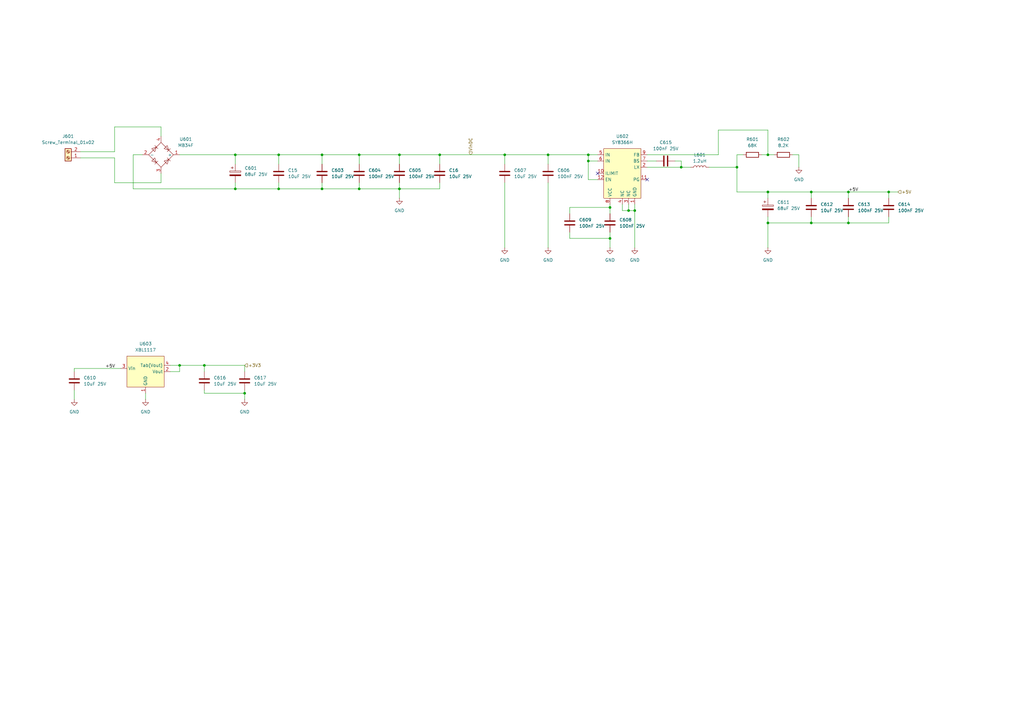
<source format=kicad_sch>
(kicad_sch (version 20250114) (generator "eeschema") (generator_version "9.0")
  (paper "A3")
  (lib_symbols
    (symbol "1CustomSymbols:GOODWORK MB34F"
      (property "Reference" "U" (at 4.572 9.906 0))
      (property "Value" "MB34F" (at 4.572 7.874 0))
      (symbol "GOODWORK MB34F_0_1"
        (polyline (pts (xy -5.08 0) (xy 0 -5.08) (xy 5.08 0) (xy 0 5.08) (xy -5.08 0)))
        (polyline (pts (xy -3.81 2.54) (xy -2.54 1.27) (xy -1.905 3.175) (xy -3.81 2.54)))
        (polyline (pts (xy -2.54 3.81) (xy -1.27 2.54)))
        (polyline (pts (xy -2.54 -1.27) (xy -3.81 -2.54) (xy -1.905 -3.175) (xy -2.54 -1.27)))
        (polyline (pts (xy -1.27 -2.54) (xy -2.54 -3.81)))
        (polyline (pts (xy 1.27 2.54) (xy 2.54 3.81) (xy 3.175 1.905) (xy 1.27 2.54)))
        (polyline (pts (xy 2.54 1.27) (xy 3.81 2.54)))
        (polyline (pts (xy 2.54 -1.27) (xy 3.81 -2.54)))
        (polyline (pts (xy 3.175 -1.905) (xy 1.27 -2.54) (xy 2.54 -3.81) (xy 3.175 -1.905)))
      )
      (symbol "GOODWORK MB34F_1_1"
        (pin passive line (at -7.62 0 0) (length 2.54) (name "-") (number "2"))
        (pin passive line (at 0 7.62 270) (length 2.54) (name "~") (number "4"))
        (pin passive line (at 0 -7.62 90) (length 2.54) (name "") (number "3"))
        (pin passive line (at 7.62 0 180) (length 2.54) (name "+") (number "1"))
      )
    )
    (symbol "Connector:Screw_Terminal_01x02" (pin_names (offset 1.016) (hide yes))
      (property "Reference" "J" (at 0 2.54 0))
      (property "Value" "Screw_Terminal_01x02" (at 0 -5.08 0))
      (symbol "Screw_Terminal_01x02_1_1"
        (rectangle (start -1.27 1.27) (end 1.27 -3.81) (stroke (width 0.254)) (fill (type background)))
        (polyline (pts (xy -0.5334 0.3302) (xy 0.3302 -0.508)) (stroke (width 0.1524)))
        (polyline (pts (xy -0.5334 -2.2098) (xy 0.3302 -3.048)) (stroke (width 0.1524)))
        (polyline (pts (xy -0.3556 0.508) (xy 0.508 -0.3302)) (stroke (width 0.1524)))
        (polyline (pts (xy -0.3556 -2.032) (xy 0.508 -2.8702)) (stroke (width 0.1524)))
        (circle (center 0 0) (radius 0.635) (stroke (width 0.1524)))
        (circle (center 0 -2.54) (radius 0.635) (stroke (width 0.1524)))
        (pin passive line (at -5.08 0 0) (length 3.81) (name "Pin_1") (number "1"))
        (pin passive line (at -5.08 -2.54 0) (length 3.81) (name "Pin_2") (number "2"))
      )
    )
    (symbol "Device:C" (pin_numbers (hide yes)) (pin_names (offset 0.254))
      (property "Reference" "C" (at 0.635 2.54 0))
      (property "Value" "C" (at 0.635 -2.54 0))
      (symbol "C_0_1"
        (polyline (pts (xy -2.032 0.762) (xy 2.032 0.762)) (stroke (width 0.508)))
        (polyline (pts (xy -2.032 -0.762) (xy 2.032 -0.762)) (stroke (width 0.508)))
      )
      (symbol "C_1_1"
        (pin passive line (at 0 3.81 270) (length 2.794) (name "~") (number "1"))
        (pin passive line (at 0 -3.81 90) (length 2.794) (name "~") (number "2"))
      )
    )
    (symbol "Device:C_Polarized" (pin_numbers (hide yes)) (pin_names (offset 0.254))
      (property "Reference" "C" (at 0.635 2.54 0))
      (property "Value" "C_Polarized" (at 0.635 -2.54 0))
      (symbol "C_Polarized_0_1"
        (rectangle (start -2.286 0.508) (end 2.286 1.016))
        (polyline (pts (xy -1.778 2.286) (xy -0.762 2.286)))
        (polyline (pts (xy -1.27 2.794) (xy -1.27 1.778)))
        (rectangle (start 2.286 -0.508) (end -2.286 -1.016) (fill (type outline)))
      )
      (symbol "C_Polarized_1_1"
        (pin passive line (at 0 3.81 270) (length 2.794) (name "~") (number "1"))
        (pin passive line (at 0 -3.81 90) (length 2.794) (name "~") (number "2"))
      )
    )
    (symbol "Device:L" (pin_numbers (hide yes)) (pin_names (offset 1.016) (hide yes))
      (property "Reference" "L" (at -1.27 0 90))
      (property "Value" "L" (at 1.905 0 90))
      (symbol "L_0_1"
        (arc (start 0 2.54) (mid 0.6323 1.905) (end 0 1.27))
        (arc (start 0 1.27) (mid 0.6323 0.635) (end 0 0))
        (arc (start 0 0) (mid 0.6323 -0.635) (end 0 -1.27))
        (arc (start 0 -1.27) (mid 0.6323 -1.905) (end 0 -2.54))
      )
      (symbol "L_1_1"
        (pin passive line (at 0 3.81 270) (length 1.27) (name "1") (number "1"))
        (pin passive line (at 0 -3.81 90) (length 1.27) (name "2") (number "2"))
      )
    )
    (symbol "Device:R" (pin_numbers (hide yes)) (pin_names (offset 0))
      (property "Reference" "R" (at 2.032 0 90))
      (property "Value" "R" (at 0 0 90))
      (symbol "R_0_1"
        (rectangle (start -1.016 -2.54) (end 1.016 2.54) (stroke (width 0.254)))
      )
      (symbol "R_1_1"
        (pin passive line (at 0 3.81 270) (length 1.27) (name "~") (number "1"))
        (pin passive line (at 0 -3.81 90) (length 1.27) (name "~") (number "2"))
      )
    )
    (symbol "customFootprints:SY8366H"
      (property "Reference" "U" (at -0.254 14.478 0))
      (property "Value" "SY8366H" (at -0.254 11.684 0))
      (symbol "SY8366H_0_0"
        (pin power_in line (at -10.16 7.62 0) (length 2.54) (name "IN") (number "5"))
        (pin power_in line (at -10.16 5.08 0) (length 2.54) (name "IN") (number "6"))
        (pin input line (at -10.16 0 0) (length 2.54) (name "ILIMIT") (number "10"))
        (pin input line (at -10.16 -2.54 0) (length 2.54) (name "EN") (number "12"))
        (pin passive line (at -5.08 -12.7 90) (length 2.54) (name "VCC") (number "8"))
        (pin passive line (at 0 -12.7 90) (length 2.54) (name "NC") (number "4"))
        (pin passive line (at 2.54 -12.7 90) (length 2.54) (name "NC") (number "3"))
        (pin power_in line (at 5.08 -12.7 90) (length 2.54) (name "GND") (number "1"))
        (pin input line (at 10.16 7.62 180) (length 2.54) (name "FB") (number "9"))
        (pin passive line (at 10.16 5.08 180) (length 2.54) (name "BS") (number "7"))
        (pin power_out line (at 10.16 2.54 180) (length 2.54) (name "LX") (number "2"))
        (pin open_emitter line (at 10.16 -2.54 180) (length 2.54) (name "PG") (number "11"))
      )
      (symbol "SY8366H_1_1"
        (rectangle (start -7.62 10.16) (end 7.62 -10.16) (fill (type background)))
      )
    )
    (symbol "customFootprints:XBL1117-xx/STR"
      (property "Reference" "U" (at -1.016 10.668 0))
      (property "Value" "XBL1117" (at 0 0 0))
      (symbol "XBL1117-xx/STR_0_0"
        (pin power_in line (at -10.16 1.27 0) (length 2.54) (name "Vin") (number "3"))
        (pin power_in line (at 0 -8.89 90) (length 2.54) (name "GND") (number "1"))
        (pin power_out line (at 10.16 2.54 180) (length 2.54) (name "Tab(Vout)") (number "4"))
      )
      (symbol "XBL1117-xx/STR_1_0"
        (pin power_out line (at 10.16 0 180) (length 2.54) (name "Vout") (number "2"))
      )
      (symbol "XBL1117-xx/STR_1_1"
        (rectangle (start -7.62 6.35) (end 7.62 -6.35) (fill (type background)))
      )
    )
    (symbol "power:GND" (power) (pin_numbers (hide yes)) (pin_names (offset 0) (hide yes))
      (property "Value" "GND" (at 0 -3.81 0))
      (symbol "GND_0_1"
        (polyline (pts (xy 0 0) (xy 0 -1.27) (xy 1.27 -1.27) (xy 0 -2.54) (xy -1.27 -1.27) (xy 0 -1.27)))
      )
      (symbol "GND_1_1"
        (pin power_in line (at 0 0 270) (length 0) (name "~") (number "1"))
      )
    )
  )
  (junction (at 147.32 63.5))
  (junction (at 114.3 77.47))
  (junction (at 163.83 77.47))
  (junction (at 314.96 63.5))
  (junction (at 347.98 91.44))
  (junction (at 96.52 77.47))
  (junction (at 347.98 78.74))
  (junction (at 250.19 85.09))
  (junction (at 83.82 149.86))
  (junction (at 279.4 68.58))
  (junction (at 96.52 63.5))
  (junction (at 250.19 97.79))
  (junction (at 132.08 63.5))
  (junction (at 163.83 63.5))
  (junction (at 257.81 86.36))
  (junction (at 260.35 86.36))
  (junction (at 302.26 68.58))
  (junction (at 314.96 91.44))
  (junction (at 224.79 63.5))
  (junction (at 132.08 77.47))
  (junction (at 364.49 78.74))
  (junction (at 207.01 63.5))
  (junction (at 332.74 91.44))
  (junction (at 241.3 63.5))
  (junction (at 180.34 63.5))
  (junction (at 114.3 63.5))
  (junction (at 73.66 149.86))
  (junction (at 100.33 161.29))
  (junction (at 332.74 78.74))
  (junction (at 241.3 66.04))
  (junction (at 147.32 77.47))
  (junction (at 314.96 78.74))
  (no_connect (at 245.11 71.12))
  (no_connect (at 265.43 73.66))
  (wire (pts (xy 290.83 68.58) (xy 302.26 68.58)))
  (wire (pts (xy 163.83 77.47) (xy 163.83 81.28)))
  (wire (pts (xy 180.34 77.47) (xy 163.83 77.47)))
  (wire (pts (xy 180.34 63.5) (xy 180.34 67.31)))
  (wire (pts (xy 30.48 152.4) (xy 30.48 151.13)))
  (wire (pts (xy 147.32 74.93) (xy 147.32 77.47)))
  (wire (pts (xy 364.49 78.74) (xy 347.98 78.74)))
  (wire (pts (xy 233.68 87.63) (xy 233.68 85.09)))
  (wire (pts (xy 147.32 63.5) (xy 163.83 63.5)))
  (wire (pts (xy 241.3 66.04) (xy 241.3 63.5)))
  (wire (pts (xy 114.3 74.93) (xy 114.3 77.47)))
  (wire (pts (xy 54.61 63.5) (xy 54.61 77.47)))
  (wire (pts (xy 265.43 66.04) (xy 269.24 66.04)))
  (wire (pts (xy 46.99 52.07) (xy 46.99 62.23)))
  (wire (pts (xy 347.98 91.44) (xy 347.98 88.9)))
  (wire (pts (xy 245.11 66.04) (xy 241.3 66.04)))
  (wire (pts (xy 347.98 81.28) (xy 347.98 78.74)))
  (wire (pts (xy 73.66 63.5) (xy 96.52 63.5)))
  (wire (pts (xy 46.99 64.77) (xy 46.99 74.93)))
  (wire (pts (xy 302.26 63.5) (xy 304.8 63.5)))
  (wire (pts (xy 257.81 86.36) (xy 260.35 86.36)))
  (wire (pts (xy 314.96 63.5) (xy 317.5 63.5)))
  (wire (pts (xy 66.04 52.07) (xy 46.99 52.07)))
  (wire (pts (xy 255.27 83.82) (xy 255.27 86.36)))
  (wire (pts (xy 132.08 74.93) (xy 132.08 77.47)))
  (wire (pts (xy 69.85 152.4) (xy 73.66 152.4)))
  (wire (pts (xy 147.32 77.47) (xy 163.83 77.47)))
  (wire (pts (xy 250.19 85.09) (xy 250.19 87.63)))
  (wire (pts (xy 364.49 81.28) (xy 364.49 78.74)))
  (wire (pts (xy 276.86 66.04) (xy 279.4 66.04)))
  (wire (pts (xy 46.99 62.23) (xy 33.02 62.23)))
  (wire (pts (xy 250.19 97.79) (xy 250.19 101.6)))
  (wire (pts (xy 241.3 73.66) (xy 241.3 66.04)))
  (wire (pts (xy 132.08 67.31) (xy 132.08 63.5)))
  (wire (pts (xy 233.68 85.09) (xy 250.19 85.09)))
  (wire (pts (xy 279.4 66.04) (xy 279.4 68.58)))
  (wire (pts (xy 58.42 63.5) (xy 54.61 63.5)))
  (wire (pts (xy 163.83 74.93) (xy 163.83 77.47)))
  (wire (pts (xy 73.66 152.4) (xy 73.66 149.86)))
  (wire (pts (xy 100.33 152.4) (xy 100.33 149.86)))
  (wire (pts (xy 100.33 161.29) (xy 100.33 160.02)))
  (wire (pts (xy 302.26 68.58) (xy 302.26 78.74)))
  (wire (pts (xy 114.3 77.47) (xy 132.08 77.47)))
  (wire (pts (xy 241.3 63.5) (xy 245.11 63.5)))
  (wire (pts (xy 54.61 77.47) (xy 96.52 77.47)))
  (wire (pts (xy 96.52 77.47) (xy 114.3 77.47)))
  (wire (pts (xy 66.04 74.93) (xy 66.04 71.12)))
  (wire (pts (xy 233.68 97.79) (xy 233.68 95.25)))
  (wire (pts (xy 314.96 91.44) (xy 332.74 91.44)))
  (wire (pts (xy 163.83 63.5) (xy 163.83 67.31)))
  (wire (pts (xy 132.08 63.5) (xy 147.32 63.5)))
  (wire (pts (xy 66.04 55.88) (xy 66.04 52.07)))
  (wire (pts (xy 294.64 53.34) (xy 294.64 63.5)))
  (wire (pts (xy 314.96 78.74) (xy 332.74 78.74)))
  (wire (pts (xy 207.01 63.5) (xy 224.79 63.5)))
  (wire (pts (xy 364.49 91.44) (xy 364.49 88.9)))
  (wire (pts (xy 83.82 161.29) (xy 100.33 161.29)))
  (wire (pts (xy 257.81 83.82) (xy 257.81 86.36)))
  (wire (pts (xy 364.49 78.74) (xy 368.3 78.74)))
  (wire (pts (xy 73.66 149.86) (xy 69.85 149.86)))
  (wire (pts (xy 224.79 63.5) (xy 241.3 63.5)))
  (wire (pts (xy 314.96 91.44) (xy 314.96 101.6)))
  (wire (pts (xy 224.79 67.31) (xy 224.79 63.5)))
  (wire (pts (xy 250.19 83.82) (xy 250.19 85.09)))
  (wire (pts (xy 30.48 151.13) (xy 49.53 151.13)))
  (wire (pts (xy 332.74 91.44) (xy 332.74 88.9)))
  (wire (pts (xy 250.19 95.25) (xy 250.19 97.79)))
  (wire (pts (xy 83.82 161.29) (xy 83.82 160.02)))
  (wire (pts (xy 312.42 63.5) (xy 314.96 63.5)))
  (wire (pts (xy 245.11 73.66) (xy 241.3 73.66)))
  (wire (pts (xy 327.66 63.5) (xy 327.66 68.58)))
  (wire (pts (xy 302.26 78.74) (xy 314.96 78.74)))
  (wire (pts (xy 314.96 91.44) (xy 314.96 88.9)))
  (wire (pts (xy 163.83 63.5) (xy 180.34 63.5)))
  (wire (pts (xy 302.26 63.5) (xy 302.26 68.58)))
  (wire (pts (xy 100.33 149.86) (xy 83.82 149.86)))
  (wire (pts (xy 265.43 68.58) (xy 279.4 68.58)))
  (wire (pts (xy 46.99 74.93) (xy 66.04 74.93)))
  (wire (pts (xy 314.96 63.5) (xy 314.96 53.34)))
  (wire (pts (xy 279.4 68.58) (xy 283.21 68.58)))
  (wire (pts (xy 114.3 67.31) (xy 114.3 63.5)))
  (wire (pts (xy 325.12 63.5) (xy 327.66 63.5)))
  (wire (pts (xy 180.34 74.93) (xy 180.34 77.47)))
  (wire (pts (xy 100.33 161.29) (xy 100.33 163.83)))
  (wire (pts (xy 83.82 149.86) (xy 73.66 149.86)))
  (wire (pts (xy 332.74 78.74) (xy 347.98 78.74)))
  (wire (pts (xy 96.52 74.93) (xy 96.52 77.47)))
  (wire (pts (xy 224.79 74.93) (xy 224.79 101.6)))
  (wire (pts (xy 180.34 63.5) (xy 207.01 63.5)))
  (wire (pts (xy 207.01 74.93) (xy 207.01 101.6)))
  (wire (pts (xy 347.98 91.44) (xy 364.49 91.44)))
  (wire (pts (xy 132.08 77.47) (xy 147.32 77.47)))
  (wire (pts (xy 83.82 149.86) (xy 83.82 152.4)))
  (wire (pts (xy 96.52 63.5) (xy 114.3 63.5)))
  (wire (pts (xy 33.02 64.77) (xy 46.99 64.77)))
  (wire (pts (xy 207.01 63.5) (xy 207.01 67.31)))
  (wire (pts (xy 250.19 97.79) (xy 233.68 97.79)))
  (wire (pts (xy 30.48 160.02) (xy 30.48 163.83)))
  (wire (pts (xy 114.3 63.5) (xy 132.08 63.5)))
  (wire (pts (xy 260.35 86.36) (xy 260.35 101.6)))
  (wire (pts (xy 147.32 67.31) (xy 147.32 63.5)))
  (wire (pts (xy 255.27 86.36) (xy 257.81 86.36)))
  (wire (pts (xy 96.52 67.31) (xy 96.52 63.5)))
  (wire (pts (xy 260.35 86.36) (xy 260.35 83.82)))
  (wire (pts (xy 314.96 81.28) (xy 314.96 78.74)))
  (wire (pts (xy 332.74 91.44) (xy 347.98 91.44)))
  (wire (pts (xy 59.69 161.29) (xy 59.69 163.83)))
  (wire (pts (xy 314.96 53.34) (xy 294.64 53.34)))
  (wire (pts (xy 332.74 81.28) (xy 332.74 78.74)))
  (wire (pts (xy 265.43 63.5) (xy 294.64 63.5)))
  (label "+5V" (at 43.18 151.13 0))
  (label "+5V" (at 347.98 78.74 0))
  (hierarchical_label "+3V3" (shape input) (at 100.33 149.86 0))
  (hierarchical_label "+5V" (shape input) (at 368.3 78.74 0))
  (hierarchical_label "VinDC" (shape input) (at 193.04 63.5 90))
  (symbol (lib_id "Device:C") (at 224.79 71.12 0) (unit 1)
    (property "Reference" "C606" (at 228.6 69.8499 0) (effects (justify left)))
    (property "Value" "100nF 25V" (at 228.6 72.3899 0) (effects (justify left)))
    (property "Footprint" "Capacitor_SMD:C_0402_1005Metric" (effects (hide yes)))
    (property "Description" "Unpolarized capacitor" (effects (hide yes)))
  )
  (symbol (lib_id "Device:C") (at 132.08 71.12 0) (unit 1)
    (property "Reference" "C603" (at 135.89 69.8499 0) (effects (justify left)))
    (property "Value" "10uF 25V" (at 135.89 72.3899 0) (effects (justify left)))
    (property "Footprint" "Capacitor_SMD:C_0805_2012Metric" (effects (hide yes)))
    (property "Description" "Unpolarized capacitor" (effects (hide yes)))
  )
  (symbol (lib_id "Device:C") (at 30.48 156.21 0) (unit 1)
    (property "Reference" "C610" (at 34.29 154.9399 0) (effects (justify left)))
    (property "Value" "10uF 25V" (at 34.29 157.4799 0) (effects (justify left)))
    (property "Footprint" "Capacitor_SMD:C_0805_2012Metric" (effects (hide yes)))
    (property "Description" "Unpolarized capacitor" (effects (hide yes)))
  )
  (symbol (lib_id "Device:R") (at 308.61 63.5 90) (unit 1)
    (property "Reference" "R601" (at 308.61 57.15 90))
    (property "Value" "68K" (at 308.61 59.69 90))
    (property "Footprint" "Resistor_SMD:R_0402_1005Metric" (effects (hide yes)))
    (property "Description" "Resistor" (effects (hide yes)))
  )
  (symbol (lib_id "power:GND") (at 100.33 163.83 0) (unit 1)
    (property "Reference" "#PWR0609" (effects (hide yes)))
    (property "Value" "GND" (at 100.33 168.91 0))
    (property "Description" "Power symbol creates a global label with name \"GND\" , ground" (effects (hide yes)))
  )
  (symbol (lib_id "Device:C") (at 250.19 91.44 0) (unit 1)
    (property "Reference" "C608" (at 254 90.1699 0) (effects (justify left)))
    (property "Value" "100nF 25V" (at 254 92.7099 0) (effects (justify left)))
    (property "Footprint" "Capacitor_SMD:C_0402_1005Metric" (effects (hide yes)))
    (property "Description" "Unpolarized capacitor" (effects (hide yes)))
  )
  (symbol (lib_id "power:GND") (at 250.19 101.6 0) (unit 1)
    (property "Reference" "#PWR0605" (effects (hide yes)))
    (property "Value" "GND" (at 250.19 106.68 0))
    (property "Description" "Power symbol creates a global label with name \"GND\" , ground" (effects (hide yes)))
  )
  (symbol (lib_id "power:GND") (at 260.35 101.6 0) (unit 1)
    (property "Reference" "#PWR0604" (effects (hide yes)))
    (property "Value" "GND" (at 260.35 106.68 0))
    (property "Description" "Power symbol creates a global label with name \"GND\" , ground" (effects (hide yes)))
  )
  (symbol (lib_id "power:GND") (at 59.69 163.83 0) (unit 1)
    (property "Reference" "#PWR0608" (effects (hide yes)))
    (property "Value" "GND" (at 59.69 168.91 0))
    (property "Description" "Power symbol creates a global label with name \"GND\" , ground" (effects (hide yes)))
  )
  (symbol (lib_id "Device:C") (at 233.68 91.44 0) (unit 1)
    (property "Reference" "C609" (at 237.49 90.1699 0) (effects (justify left)))
    (property "Value" "100nF 25V" (at 237.49 92.7099 0) (effects (justify left)))
    (property "Footprint" "Capacitor_SMD:C_0402_1005Metric" (effects (hide yes)))
    (property "Description" "Unpolarized capacitor" (effects (hide yes)))
  )
  (symbol (lib_id "power:GND") (at 314.96 101.6 0) (unit 1)
    (property "Reference" "#PWR0607" (effects (hide yes)))
    (property "Value" "GND" (at 314.96 106.68 0))
    (property "Description" "Power symbol creates a global label with name \"GND\" , ground" (effects (hide yes)))
  )
  (symbol (lib_id "customFootprints:XBL1117-xx/STR") (at 59.69 152.4 0) (unit 1)
    (property "Reference" "U603" (at 59.69 140.97 0))
    (property "Value" "XBL1117" (at 59.69 143.51 0))
    (property "Footprint" "Package_TO_SOT_SMD:SOT-223" (effects (hide yes)))
    (property "MPN" "XBLW XBL1117-3.3" (effects (hide yes)))
  )
  (symbol (lib_id "Device:C") (at 83.82 156.21 0) (unit 1)
    (property "Reference" "C616" (at 87.63 154.9399 0) (effects (justify left)))
    (property "Value" "10uF 25V" (at 87.63 157.4799 0) (effects (justify left)))
    (property "Footprint" "Capacitor_SMD:C_0805_2012Metric" (effects (hide yes)))
    (property "Description" "Unpolarized capacitor" (effects (hide yes)))
  )
  (symbol (lib_id "Device:L") (at 287.02 68.58 90) (unit 1)
    (property "Reference" "L601" (at 287.02 63.5 90))
    (property "Value" "1.2uH" (at 287.02 66.04 90))
    (property "Footprint" "Inductor_SMD:L_APV_ANR4012" (effects (hide yes)))
    (property "Description" "Inductor" (effects (hide yes)))
    (property "MPN" "FTC404020S1R2MBCA" (effects (hide yes)))
  )
  (symbol (lib_id "Device:C") (at 207.01 71.12 0) (unit 1)
    (property "Reference" "C607" (at 210.82 69.8499 0) (effects (justify left)))
    (property "Value" "10uF 25V" (at 210.82 72.3899 0) (effects (justify left)))
    (property "Footprint" "Capacitor_SMD:C_0805_2012Metric" (effects (hide yes)))
    (property "Description" "Unpolarized capacitor" (effects (hide yes)))
  )
  (symbol (lib_id "Device:C") (at 180.34 71.12 0) (unit 1)
    (property "Reference" "C16" (at 184.15 69.8499 0) (effects (justify left)))
    (property "Value" "10uF 25V" (at 184.15 72.3899 0) (effects (justify left)))
    (property "Footprint" "Capacitor_SMD:C_0805_2012Metric" (effects (hide yes)))
    (property "Description" "Unpolarized capacitor" (effects (hide yes)))
  )
  (symbol (lib_id "Connector:Screw_Terminal_01x02") (at 27.94 64.77 180) (unit 1)
    (property "Reference" "J601" (at 27.94 55.88 0))
    (property "Value" "Screw_Terminal_01x02" (at 27.94 58.42 0))
    (property "Footprint" "TerminalBlock:TerminalBlock_Xinya_XY308-2.54-2P_1x02_P2.54mm_Horizontal" (effects (hide yes)))
    (property "Description" "Generic screw terminal, single row, 01x02, script generated (kicad-library-utils/schlib/autogen/connector/)" (effects (hide yes)))
    (property "MPN" "MX128-2.54-02P-GN01-Cu-Y-A " (effects (hide yes)))
  )
  (symbol (lib_id "Device:C") (at 114.3 71.12 0) (unit 1)
    (property "Reference" "C15" (at 118.11 69.8499 0) (effects (justify left)))
    (property "Value" "10uF 25V" (at 118.11 72.3899 0) (effects (justify left)))
    (property "Footprint" "Capacitor_SMD:C_0805_2012Metric" (effects (hide yes)))
    (property "Description" "Unpolarized capacitor" (effects (hide yes)))
  )
  (symbol (lib_id "power:GND") (at 163.83 81.28 0) (unit 1)
    (property "Reference" "#PWR0601" (effects (hide yes)))
    (property "Value" "GND" (at 163.83 86.36 0))
    (property "Description" "Power symbol creates a global label with name \"GND\" , ground" (effects (hide yes)))
  )
  (symbol (lib_id "1CustomSymbols:GOODWORK MB34F") (at 66.04 63.5 0) (unit 1)
    (property "Reference" "U601" (at 76.2 57.0798 0))
    (property "Value" "MB34F" (at 76.2 59.6198 0))
    (property "Footprint" "1CustomFootprints:MFB" (effects (hide yes)))
    (property "Description" "Full bridge rectifier 200V 3A" (effects (hide yes)))
    (property "MPN" "MB34F" (effects (hide yes)))
  )
  (symbol (lib_id "Device:C") (at 163.83 71.12 0) (unit 1)
    (property "Reference" "C605" (at 167.64 69.8499 0) (effects (justify left)))
    (property "Value" "100nF 25V" (at 167.64 72.3899 0) (effects (justify left)))
    (property "Footprint" "Capacitor_SMD:C_0402_1005Metric" (effects (hide yes)))
    (property "Description" "Unpolarized capacitor" (effects (hide yes)))
  )
  (symbol (lib_id "Device:C") (at 332.74 85.09 0) (unit 1)
    (property "Reference" "C612" (at 336.55 83.8199 0) (effects (justify left)))
    (property "Value" "10uF 25V" (at 336.55 86.3599 0) (effects (justify left)))
    (property "Footprint" "Capacitor_SMD:C_0805_2012Metric" (effects (hide yes)))
    (property "Description" "Unpolarized capacitor" (effects (hide yes)))
  )
  (symbol (lib_id "Device:C") (at 364.49 85.09 0) (unit 1)
    (property "Reference" "C614" (at 368.3 83.8199 0) (effects (justify left)))
    (property "Value" "100nF 25V" (at 368.3 86.3599 0) (effects (justify left)))
    (property "Footprint" "Capacitor_SMD:C_0402_1005Metric" (effects (hide yes)))
    (property "Description" "Unpolarized capacitor" (effects (hide yes)))
  )
  (symbol (lib_id "power:GND") (at 30.48 163.83 0) (unit 1)
    (property "Reference" "#PWR0610" (effects (hide yes)))
    (property "Value" "GND" (at 30.48 168.91 0))
    (property "Description" "Power symbol creates a global label with name \"GND\" , ground" (effects (hide yes)))
  )
  (symbol (lib_id "Device:C") (at 100.33 156.21 0) (unit 1)
    (property "Reference" "C617" (at 104.14 154.9399 0) (effects (justify left)))
    (property "Value" "10uF 25V" (at 104.14 157.4799 0) (effects (justify left)))
    (property "Footprint" "Capacitor_SMD:C_0805_2012Metric" (effects (hide yes)))
    (property "Description" "Unpolarized capacitor" (effects (hide yes)))
  )
  (symbol (lib_id "Device:C") (at 347.98 85.09 0) (unit 1)
    (property "Reference" "C613" (at 351.79 83.8199 0) (effects (justify left)))
    (property "Value" "100nF 25V" (at 351.79 86.3599 0) (effects (justify left)))
    (property "Footprint" "Capacitor_SMD:C_0402_1005Metric" (effects (hide yes)))
    (property "Description" "Unpolarized capacitor" (effects (hide yes)))
  )
  (symbol (lib_id "Device:C_Polarized") (at 314.96 85.09 0) (unit 1)
    (property "Reference" "C611" (at 318.77 82.9309 0) (effects (justify left)))
    (property "Value" "68uF 25V" (at 318.77 85.4709 0) (effects (justify left)))
    (property "Footprint" "Capacitor_SMD:CP_Elec_6.3x5.4" (effects (hide yes)))
    (property "Description" "Polarized capacitor" (effects (hide yes)))
    (property "MPN" "CS1E680M-CRE54 " (effects (hide yes)))
  )
  (symbol (lib_id "power:GND") (at 207.01 101.6 0) (unit 1)
    (property "Reference" "#PWR0602" (effects (hide yes)))
    (property "Value" "GND" (at 207.01 106.68 0))
    (property "Description" "Power symbol creates a global label with name \"GND\" , ground" (effects (hide yes)))
  )
  (symbol (lib_id "Device:C_Polarized") (at 96.52 71.12 0) (unit 1)
    (property "Reference" "C601" (at 100.33 68.9609 0) (effects (justify left)))
    (property "Value" "68uF 25V" (at 100.33 71.5009 0) (effects (justify left)))
    (property "Footprint" "Capacitor_SMD:CP_Elec_6.3x5.4" (effects (hide yes)))
    (property "Description" "Polarized capacitor" (effects (hide yes)))
    (property "MPN" "CS1E680M-CRE54 " (effects (hide yes)))
  )
  (symbol (lib_id "Device:C") (at 147.32 71.12 0) (unit 1)
    (property "Reference" "C604" (at 151.13 69.8499 0) (effects (justify left)))
    (property "Value" "100nF 25V" (at 151.13 72.3899 0) (effects (justify left)))
    (property "Footprint" "Capacitor_SMD:C_0402_1005Metric" (effects (hide yes)))
    (property "Description" "Unpolarized capacitor" (effects (hide yes)))
  )
  (symbol (lib_id "power:GND") (at 224.79 101.6 0) (unit 1)
    (property "Reference" "#PWR0603" (effects (hide yes)))
    (property "Value" "GND" (at 224.79 106.68 0))
    (property "Description" "Power symbol creates a global label with name \"GND\" , ground" (effects (hide yes)))
  )
  (symbol (lib_id "Device:R") (at 321.31 63.5 90) (unit 1)
    (property "Reference" "R602" (at 321.31 57.15 90))
    (property "Value" "8.2K" (at 321.31 59.69 90))
    (property "Footprint" "Resistor_SMD:R_0402_1005Metric" (effects (hide yes)))
    (property "Description" "Resistor" (effects (hide yes)))
  )
  (symbol (lib_id "Device:C") (at 273.05 66.04 90) (unit 1)
    (property "Reference" "C615" (at 273.05 58.42 90))
    (property "Value" "100nF 25V" (at 273.05 60.96 90))
    (property "Footprint" "Capacitor_SMD:C_0402_1005Metric" (effects (hide yes)))
    (property "Description" "Unpolarized capacitor" (effects (hide yes)))
  )
  (symbol (lib_id "power:GND") (at 327.66 68.58 0) (unit 1)
    (property "Reference" "#PWR0606" (effects (hide yes)))
    (property "Value" "GND" (at 327.66 73.66 0))
    (property "Description" "Power symbol creates a global label with name \"GND\" , ground" (effects (hide yes)))
  )
  (symbol (lib_id "customFootprints:SY8366H") (at 255.27 71.12 0) (unit 1)
    (property "Reference" "U602" (at 255.27 55.88 0))
    (property "Value" "SY8366H" (at 255.27 58.42 0))
    (property "Footprint" "1CustomFootprints:QFN3X3-12_SGY" (effects (hide yes)))
  )
)
</source>
